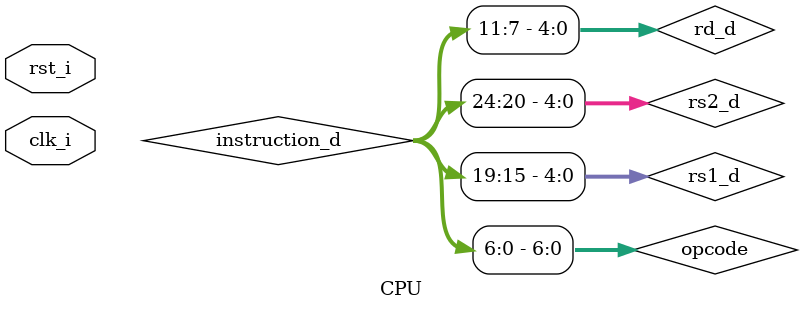
<source format=v>
module CPU(
    clk_i, 
    rst_i,
);

input clk_i;
input rst_i;

//IF Stage
//mux before pc
wire [31:0] pc_src;
wire [31:0] pc_cur;
wire [31:0] pc_add;
wire [31:0] instruction_f;

//ID
wire [31:0] pc_cur_d;
wire [31:0] instruction_d;
wire [6:0] opcode;
wire [4:0] rs1_d;
wire [4:0] rs2_d;
wire [4:0] rd_d;
wire [9:0] funct_d;

wire signed [31:0] data1_d;
wire signed [31:0] data2_d;
wire signed [31:0] imm_d;
wire regwrite_d;
wire memtoreg_d;
wire memread_d;
wire memwrite_d;
wire alusrc_d;
wire branch_d;
wire [1:0] aluop_d;

// wire data_equal;
// wire branch_res;
wire ID_FlushIF;
wire stall;
wire pcwrite;
wire noop;
wire [31:0] pc_branch;

//EX
wire regwrite_e;
wire memtoreg_e;
wire memread_e;
wire memwrite_e;
wire alusrc_e;
wire [1:0] aluop_e;
wire signed [31:0] data1_e;
wire signed [31:0] data2_e;
wire signed [31:0] imm_e;
wire [9:0] funct_e;
wire [4:0] rs1_e;
wire [4:0] rs2_e;
wire [4:0] rd_e;

wire signed [31:0] data1_mux;
wire signed [31:0] data2_mux;
wire signed [31:0] data2_imm_mux;
wire [31:0] alures_e;
wire [2:0] aluctrl;

wire [1:0] forwarda, forwardb;

//MEM
wire regwrite_m;
wire memtoreg_m;
wire memread_m;
wire memwrite_m;
wire [31:0] alures_m;
wire signed [31:0] data2_mux_m;
wire [4:0] rd_m;
wire signed [31:0] read_data_m;

//WB
wire regwrite_w;
wire memtoreg_w;
wire [31:0] alures_w;
wire signed [31:0] read_data_w;
wire [4:0] rd_w;
wire signed [31:0] final_data;

//////////////////////////
MUX PCCHOICE(
    .choice0(pc_add), 
    .choice1(pc_branch), 
    .select(branch_d & ((data1_d == data2_d)? 1'b1:1'b0)), 
    .res(pc_src)
);

PC PC(
    .clk_i(clk_i),
    .rst_i(rst_i),
    .PCWrite_i(pcwrite),
    .pc_i(pc_src),
    .pc_o(pc_cur)
);

Adder PCADD(
    .in1(pc_cur), 
    .in2(32'd4), 
    .sum(pc_add)
);

Instruction_Memory Instruction_Memory(
    .addr_i(pc_cur),
    .instr_o(instruction_f)
);

IFID regIFID(
    .clk(clk_i),
    .reset(rst_i),
    .instr_f(instruction_f),
    .pc_f(pc_cur),
    .stall(stall),
    .flush(branch_d & ((data1_d == data2_d)? 1'b1:1'b0)),
    .instr_d(instruction_d),
    .pc_d(pc_cur_d)
);

assign opcode[6:0] = instruction_d[6:0];
assign rs1_d[4:0] = instruction_d[19:15];
assign rs2_d[4:0] = instruction_d[24:20];
assign funct_d[9:3] = instruction_d[31:25];
assign funct_d[2:0] = instruction_d[14:12];
assign rd_d[4:0] = instruction_d[11:7];

Hazard Hazard_Detection(
    .rs1(rs1_d),
    .rs2(rs2_d),
    .memread(memread_e),
    .exrd(rd_e),
    .Stall_o(stall),
    .pcwrite(pcwrite),
    .noop(noop)
);

Control Control(
    .inCtrl(opcode), 
    .noop(noop),
    .regwrite(regwrite_d),
    .memreg(memtoreg_d),
    .memread(memread_d),
    .memwrite(memwrite_d),
    .aluop(aluop_d),
    .alusrc(alusrc_d),
    .Branch_o(branch_d)
);

Registers Registers(
    .rst_i(rst_i),
    .clk_i(clk_i),
    .RS1addr_i(rs1_d),
    .RS2addr_i(rs2_d),
    .RDaddr_i(rd_w), 
    .RDdata_i(final_data),
    .RegWrite_i(regwrite_w), 
    .RS1data_o(data1_d), 
    .RS2data_o(data2_d) 
);

// assign data_equal = (data1_d == data2_d)? 1'b1:1'b0;
// assign branch_res = (branch_d & data_equal);
assign ID_FlushIF = branch_d & ((data1_d == data2_d)? 1'b1:1'b0);

ImmGen immExt(
    .instr32(instruction_d),
    .imm32(imm_d)
);

Adder PCADD_BR(
    .in1(pc_cur_d), 
    .in2(imm_d), 
    .sum(pc_branch)
);

IDEX regIDEX(
    .clk(clk_i),
    .reset(rst_i),
    .regwrite_d(regwrite_d),
    .memtoreg_d(memtoreg_d),
    .memread_d(memread_d),
    .memwrite_d(memwrite_d),
    .aluop_d(aluop_d),
    .alusrc_d(alusrc_d),
    .rs1_d(data1_d),
    .rs2_d(data2_d),
    .imm32_d(imm_d),
    .func_d(funct_d),
    .instr_rs1_d(rs1_d),
    .instr_rs2_d(rs2_d),
    .instr_rd_d(rd_d),
    .regwrite_e(regwrite_e),
    .memtoreg_e(memtoreg_e),
    .memread_e(memread_e),
    .memwrite_e(memwrite_e),
    .aluop_e(aluop_e),
    .alusrc_e(alusrc_e),
    .rs1_e(data1_e),
    .rs2_e(data2_e),
    .imm32_e(imm_e),
    .func_e(funct_e),
    .instr_rs1_e(rs1_e),
    .instr_rs2_e(rs2_e),
    .instr_rd_e(rd_e)
);

Forward fowardunit(
    .rs1(rs1_e),
    .rs2(rs2_e),
    .memregwrite(regwrite_m),
    .memrd(rd_m),
    .wbregwrite(regwrite_w),
    .wbrd(rd_w),
    .forward1(forwarda),
    .forward2(forwardb)
);

MUX4 data1_mux3(
    .choice00(data1_e), 
    .choice01(final_data), 
    .choice02(alures_m),
    .select0(forwarda), 
    .res0(data1_mux)
);

MUX4 data2_mux3(
    .choice00(data2_e), 
    .choice01(final_data), 
    .choice02(alures_m),
    .select0(forwardb), 
    .res0(data2_mux)
);

MUX data2_imm_mux2(
    .choice0(data2_mux), 
    .choice1(imm_e),
    .select(alusrc_e), 
    .res(data2_imm_mux)
);

ALU_Control alu_ctrl(
    .op(aluop_e), 
    .func(funct_e), 
    .ctrl_o(aluctrl)
);

ALU alu(
    .src1(data1_mux), 
    .src2(data2_imm_mux), 
    .ctrl(aluctrl), 
    .result(alures_e)
);

EXMEM regEXMEM(
    .clk(clk_i),
    .reset(rst_i),
    .regwrite_e(regwrite_e),
    .memtoreg_e(memtoreg_e),
    .memread_e(memread_e),
    .memwrite_e(memwrite_e),
    .alurs_e(alures_e),
    .muxrs2_e(data2_mux),
    .instr_rd_e(rd_e),
    .regwrite_m(regwrite_m),
    .memtoreg_m(memtoreg_m),
    .memread_m(memread_m),
    .memwrite_m(memwrite_m),
    .alurs_m(alures_m),
    .muxrs2_m(data2_mux_m),
    .instr_rd_m(rd_m)
);

Data_Memory Data_Memory(
    .clk_i(clk_i), 
    .addr_i(alures_m), 
    .MemRead_i(memread_m),
    .MemWrite_i(memwrite_m),
    .data_i(data2_mux_m),
    .data_o(read_data_m)
);

MEMWB regMEMWB(
    .clk(clk_i),
    .reset(rst_i),
    .regwrite_m(regwrite_m),
    .memtoreg_m(memtoreg_m),
    .alurs_m(alures_m),
    .rd_m(read_data_m),
    .instr_rd_m(rd_m),
    .regwrite_w(regwrite_w),
    .memtoreg_w(memtoreg_w),
    .alurs_w(alures_w),
    .rd_w(read_data_w),
    .instr_rd_w(rd_w)
);

MUX wbMUX(
    .choice0(alures_w), 
    .choice1(read_data_w), 
    .select(memtoreg_w), 
    .res(final_data)
);

endmodule
</source>
